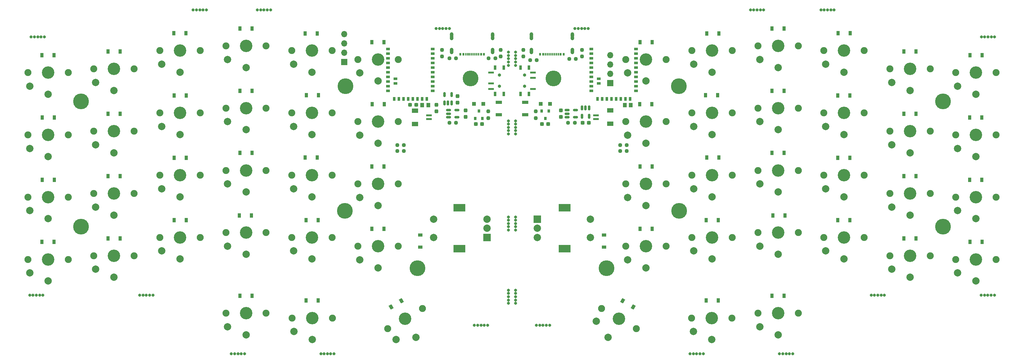
<source format=gbs>
G04 #@! TF.GenerationSoftware,KiCad,Pcbnew,(5.99.0-8557-g8988e46ab1)*
G04 #@! TF.CreationDate,2021-02-20T09:12:51-07:00*
G04 #@! TF.ProjectId,BlueSof_R3_Panel,426c7565-536f-4665-9f52-335f50616e65,rev?*
G04 #@! TF.SameCoordinates,PX85099e0PY51bada0*
G04 #@! TF.FileFunction,Soldermask,Bot*
G04 #@! TF.FilePolarity,Negative*
%FSLAX46Y46*%
G04 Gerber Fmt 4.6, Leading zero omitted, Abs format (unit mm)*
G04 Created by KiCad (PCBNEW (5.99.0-8557-g8988e46ab1)) date 2021-02-20 09:12:51*
%MOMM*%
%LPD*%
G01*
G04 APERTURE LIST*
G04 Aperture macros list*
%AMRoundRect*
0 Rectangle with rounded corners*
0 $1 Rounding radius*
0 $2 $3 $4 $5 $6 $7 $8 $9 X,Y pos of 4 corners*
0 Add a 4 corners polygon primitive as box body*
4,1,4,$2,$3,$4,$5,$6,$7,$8,$9,$2,$3,0*
0 Add four circle primitives for the rounded corners*
1,1,$1+$1,$2,$3*
1,1,$1+$1,$4,$5*
1,1,$1+$1,$6,$7*
1,1,$1+$1,$8,$9*
0 Add four rect primitives between the rounded corners*
20,1,$1+$1,$2,$3,$4,$5,0*
20,1,$1+$1,$4,$5,$6,$7,0*
20,1,$1+$1,$6,$7,$8,$9,0*
20,1,$1+$1,$8,$9,$2,$3,0*%
%AMRotRect*
0 Rectangle, with rotation*
0 The origin of the aperture is its center*
0 $1 length*
0 $2 width*
0 $3 Rotation angle, in degrees counterclockwise*
0 Add horizontal line*
21,1,$1,$2,0,0,$3*%
G04 Aperture macros list end*
%ADD10C,0.800000*%
%ADD11C,1.900000*%
%ADD12C,3.400000*%
%ADD13C,2.000000*%
%ADD14R,2.000000X2.000000*%
%ADD15R,3.200000X2.000000*%
%ADD16C,4.300000*%
%ADD17R,0.900000X1.200000*%
%ADD18RotRect,0.900000X1.200000X330.000000*%
%ADD19R,1.200000X0.900000*%
%ADD20RoundRect,0.237500X-0.300000X-0.237500X0.300000X-0.237500X0.300000X0.237500X-0.300000X0.237500X0*%
%ADD21RoundRect,0.237500X-0.237500X0.300000X-0.237500X-0.300000X0.237500X-0.300000X0.237500X0.300000X0*%
%ADD22RoundRect,0.237500X0.300000X0.237500X-0.300000X0.237500X-0.300000X-0.237500X0.300000X-0.237500X0*%
%ADD23R,0.540000X0.800000*%
%ADD24R,0.300000X0.800000*%
%ADD25C,1.000000*%
%ADD26R,1.700000X1.700000*%
%ADD27O,1.700000X1.700000*%
%ADD28R,0.800000X0.900000*%
%ADD29RoundRect,0.237500X0.250000X0.237500X-0.250000X0.237500X-0.250000X-0.237500X0.250000X-0.237500X0*%
%ADD30RoundRect,0.237500X-0.250000X-0.237500X0.250000X-0.237500X0.250000X0.237500X-0.250000X0.237500X0*%
%ADD31RoundRect,0.237500X-0.237500X0.250000X-0.237500X-0.250000X0.237500X-0.250000X0.237500X0.250000X0*%
%ADD32R,1.700000X0.900000*%
%ADD33RoundRect,0.150000X-0.512500X-0.150000X0.512500X-0.150000X0.512500X0.150000X-0.512500X0.150000X0*%
%ADD34RoundRect,0.150000X-0.150000X0.512500X-0.150000X-0.512500X0.150000X-0.512500X0.150000X0.512500X0*%
%ADD35R,1.050000X1.200000*%
%ADD36R,1.000000X0.650000*%
%ADD37R,0.650000X1.000000*%
%ADD38R,1.000000X1.000000*%
%ADD39R,1.550000X0.600000*%
%ADD40R,1.800000X1.200000*%
%ADD41C,0.900000*%
%ADD42R,1.524000X0.600000*%
%ADD43R,0.700000X1.200000*%
%ADD44RotRect,0.900000X1.200000X30.000000*%
%ADD45RoundRect,0.237500X0.237500X-0.300000X0.237500X0.300000X-0.237500X0.300000X-0.237500X-0.300000X0*%
%ADD46RoundRect,0.237500X0.237500X-0.250000X0.237500X0.250000X-0.237500X0.250000X-0.237500X-0.250000X0*%
%ADD47RoundRect,0.150000X0.150000X-0.512500X0.150000X0.512500X-0.150000X0.512500X-0.150000X-0.512500X0*%
G04 APERTURE END LIST*
D10*
X-55475866Y44951251D03*
X-58175866Y44951251D03*
X-54575866Y44951251D03*
X-56375866Y44951251D03*
X-57275866Y44951251D03*
X12238606Y-35148749D03*
X12238606Y-32448749D03*
X10338606Y-35148749D03*
X10338606Y-31548749D03*
X12238606Y-31548749D03*
X10338606Y-33348749D03*
X10338606Y-34248749D03*
X12238606Y-33348749D03*
X12238606Y-34248749D03*
X10338606Y-32448749D03*
X98249054Y44932580D03*
X99149054Y44932580D03*
X95549054Y44932580D03*
X97349054Y44932580D03*
X96449054Y44932580D03*
X-87578672Y-32948749D03*
X-88478672Y-32948749D03*
X-86678672Y-32948749D03*
X-89378672Y-32948749D03*
X-90278672Y-32948749D03*
X32063606Y39851251D03*
X29363606Y39851251D03*
X30263606Y39851251D03*
X28463606Y39851251D03*
X31163606Y39851251D03*
X4635346Y-41125990D03*
X1935346Y-41125990D03*
X1035346Y-41125990D03*
X3735346Y-41125990D03*
X2835346Y-41125990D03*
X-72075866Y44951251D03*
X-75675866Y44951251D03*
X-72975866Y44951251D03*
X-73875866Y44951251D03*
X-74775866Y44951251D03*
X76315240Y44932580D03*
X77215240Y44932580D03*
X78115240Y44932580D03*
X79915240Y44932580D03*
X79015240Y44932580D03*
X142914079Y37617236D03*
X142014079Y37617236D03*
X141114079Y37617236D03*
X139314079Y37617236D03*
X140214079Y37617236D03*
X10338606Y14701251D03*
X12238606Y14701251D03*
X12238606Y11101251D03*
X10338606Y12901251D03*
X10338606Y11101251D03*
X10338606Y12001251D03*
X12238606Y12901251D03*
X10338606Y13801251D03*
X12238606Y12001251D03*
X12238606Y13801251D03*
X12238606Y29851251D03*
X12238606Y32551251D03*
X10338606Y32551251D03*
X12238606Y30751251D03*
X10338606Y31651251D03*
X10338606Y30751251D03*
X10338606Y29851251D03*
X12238606Y31651251D03*
X10338606Y33451251D03*
X12238606Y33451251D03*
X10338606Y-11548749D03*
X12238606Y-12448749D03*
X10338606Y-12448749D03*
X10338606Y-13348749D03*
X12238606Y-11548749D03*
X12238606Y-14248749D03*
X10338606Y-15148749D03*
X12238606Y-13348749D03*
X10338606Y-14248749D03*
X12238606Y-15148749D03*
X-8511394Y39851251D03*
X-9411394Y39851251D03*
X-7611394Y39851251D03*
X-6711394Y39851251D03*
X-5811394Y39851251D03*
X-118478672Y-32948749D03*
X-117578672Y-32948749D03*
X-119378672Y-32948749D03*
X-120278672Y-32948749D03*
X-116678672Y-32948749D03*
X-116286867Y37617236D03*
X-118986867Y37617236D03*
X-118086867Y37617236D03*
X-117186867Y37617236D03*
X-119886867Y37617236D03*
X-64378672Y-48948748D03*
X-62578672Y-48948748D03*
X-61678672Y-48948748D03*
X-65278672Y-48948748D03*
X-63478672Y-48948748D03*
X-39967845Y-48948748D03*
X-40867845Y-48948748D03*
X-39067845Y-48948748D03*
X-38167845Y-48948748D03*
X-37267845Y-48948748D03*
X21541866Y-41117372D03*
X19741866Y-41117372D03*
X18841866Y-41117372D03*
X17941866Y-41117372D03*
X20641866Y-41117372D03*
X110155884Y-32940131D03*
X109255884Y-32940131D03*
X111055884Y-32940131D03*
X111955884Y-32940131D03*
X112855884Y-32940131D03*
X86055884Y-48940130D03*
X84255884Y-48940130D03*
X86955884Y-48940130D03*
X87855884Y-48940130D03*
X85155884Y-48940130D03*
X141955884Y-32940131D03*
X140155884Y-32940131D03*
X142855884Y-32940131D03*
X141055884Y-32940131D03*
X139255884Y-32940131D03*
X61645057Y-48940130D03*
X59845057Y-48940130D03*
X60745057Y-48940130D03*
X62545057Y-48940130D03*
X63445057Y-48940130D03*
D11*
X42353082Y31451251D03*
X53353082Y31451251D03*
D12*
X47853082Y31451251D03*
D13*
X42853082Y27751251D03*
X47853082Y25551251D03*
D11*
X60353082Y33851251D03*
D12*
X65853082Y33851251D03*
D11*
X71353082Y33851251D03*
D13*
X60853082Y30151251D03*
X65853082Y27951251D03*
D11*
X107353082Y33851251D03*
D12*
X101853082Y33851251D03*
D11*
X96353082Y33851251D03*
D13*
X96853082Y30151251D03*
X101853082Y27951251D03*
D11*
X125353082Y28851251D03*
D12*
X119853082Y28851251D03*
D11*
X114353082Y28851251D03*
D13*
X114853082Y25151251D03*
X119853082Y22951251D03*
D11*
X132353082Y27851251D03*
D12*
X137853082Y27851251D03*
D11*
X143353082Y27851251D03*
D13*
X132853082Y24151251D03*
X137853082Y21951251D03*
D12*
X47853082Y14451251D03*
D11*
X42353082Y14451251D03*
X53353082Y14451251D03*
D13*
X42853082Y10751251D03*
X47853082Y8551251D03*
D12*
X65853082Y16851251D03*
D11*
X71353082Y16851251D03*
X60353082Y16851251D03*
D13*
X60853082Y13151251D03*
X65853082Y10951251D03*
D11*
X89353082Y18151251D03*
D12*
X83853082Y18151251D03*
D11*
X78353082Y18151251D03*
D13*
X78853082Y14451251D03*
X83853082Y12251251D03*
D12*
X101853082Y16851251D03*
D11*
X96353082Y16851251D03*
X107353082Y16851251D03*
D13*
X96853082Y13151251D03*
X101853082Y10951251D03*
D11*
X143353082Y10851251D03*
D12*
X137853082Y10851251D03*
D11*
X132353082Y10851251D03*
D13*
X132853082Y7151251D03*
X137853082Y4951251D03*
D11*
X60353082Y-148749D03*
X71353082Y-148749D03*
D12*
X65853082Y-148749D03*
D13*
X60853082Y-3848749D03*
X65853082Y-6048749D03*
D12*
X83853082Y1151251D03*
D11*
X78353082Y1151251D03*
X89353082Y1151251D03*
D13*
X78853082Y-2548749D03*
X83853082Y-4748749D03*
D11*
X107353082Y-148749D03*
X96353082Y-148749D03*
D12*
X101853082Y-148749D03*
D13*
X96853082Y-3848749D03*
X101853082Y-6048749D03*
D11*
X125353082Y-5148749D03*
D12*
X119853082Y-5148749D03*
D11*
X114353082Y-5148749D03*
D13*
X114853082Y-8848749D03*
X119853082Y-11048749D03*
D11*
X42353082Y-19548749D03*
X53353082Y-19548749D03*
D12*
X47853082Y-19548749D03*
D13*
X42853082Y-23248749D03*
X47853082Y-25448749D03*
D11*
X78353082Y-15848749D03*
D12*
X83853082Y-15848749D03*
D11*
X89353082Y-15848749D03*
D13*
X78853082Y-19548749D03*
X83853082Y-21748749D03*
D12*
X101853082Y-17148749D03*
D11*
X96353082Y-17148749D03*
X107353082Y-17148749D03*
D13*
X96853082Y-20848749D03*
X101853082Y-23048749D03*
D11*
X125353082Y-22148749D03*
D12*
X119853082Y-22148749D03*
D11*
X114353082Y-22148749D03*
D13*
X114853082Y-25848749D03*
X119853082Y-28048749D03*
D11*
X143353082Y-23148749D03*
X132353082Y-23148749D03*
D12*
X137853082Y-23148749D03*
D13*
X132853082Y-26848749D03*
X137853082Y-29048749D03*
D11*
X42353082Y-2548749D03*
D12*
X47853082Y-2548749D03*
D11*
X53353082Y-2548749D03*
D13*
X42853082Y-6248749D03*
X47853082Y-8448749D03*
D12*
X119853082Y11851251D03*
D11*
X114353082Y11851251D03*
X125353082Y11851251D03*
D13*
X114853082Y8151251D03*
X119853082Y5951251D03*
D11*
X143353082Y-6148749D03*
X132353082Y-6148749D03*
D12*
X137853082Y-6148749D03*
D13*
X132853082Y-9848749D03*
X137853082Y-12048749D03*
D11*
X78353082Y-37848749D03*
D12*
X83853082Y-37848749D03*
D11*
X89353082Y-37848749D03*
D13*
X78853082Y-41548749D03*
X83853082Y-43748749D03*
D11*
X78353082Y35151251D03*
D12*
X83853082Y35151251D03*
D11*
X89353082Y35151251D03*
D13*
X78853082Y31451251D03*
X83853082Y29251251D03*
D11*
X71353082Y-17148749D03*
X60353082Y-17148749D03*
D12*
X65853082Y-17148749D03*
D13*
X60853082Y-20848749D03*
X65853082Y-23048749D03*
D11*
X45216222Y-42098749D03*
X35689942Y-36598749D03*
D12*
X40453082Y-39348749D03*
D13*
X34272955Y-40053043D03*
X37503082Y-44458299D03*
D14*
X18153082Y-12148749D03*
D13*
X18153082Y-17148749D03*
X18153082Y-14648749D03*
D15*
X25653082Y-9048749D03*
X25653082Y-20248749D03*
D13*
X32653082Y-17148749D03*
X32653082Y-12148749D03*
D11*
X71253082Y-39148749D03*
D12*
X65753082Y-39148749D03*
D11*
X60253082Y-39148749D03*
D13*
X60753082Y-42848749D03*
X65753082Y-45048749D03*
D16*
X128853082Y20026251D03*
X22578082Y26251251D03*
X56753082Y24126251D03*
X56853082Y-9873749D03*
X37078082Y-25548749D03*
X128853082Y-14173749D03*
D17*
X64403082Y38551251D03*
X67703082Y38551251D03*
X82203082Y39901251D03*
X85503082Y39901251D03*
X100203082Y38601251D03*
X103503082Y38601251D03*
X118203082Y33601251D03*
X121503082Y33601251D03*
X136203082Y32601251D03*
X139503082Y32601251D03*
X46153082Y19201251D03*
X49453082Y19201251D03*
X64103082Y21651251D03*
X67403082Y21651251D03*
X82203082Y22901251D03*
X85503082Y22901251D03*
X100153082Y21601251D03*
X103453082Y21601251D03*
X118203082Y16601251D03*
X121503082Y16601251D03*
X136153082Y15601251D03*
X139453082Y15601251D03*
X64403082Y4651251D03*
X67703082Y4651251D03*
X82203082Y5901251D03*
X85503082Y5901251D03*
X100153082Y4601251D03*
X103453082Y4601251D03*
X118203082Y-398749D03*
X121503082Y-398749D03*
X136153082Y-1398749D03*
X139453082Y-1398749D03*
X46203082Y-14798749D03*
X49503082Y-14798749D03*
X64203082Y-12448749D03*
X67503082Y-12448749D03*
X82403082Y-11148749D03*
X85703082Y-11148749D03*
X100153082Y-12398749D03*
X103453082Y-12398749D03*
X118153082Y-17398749D03*
X121453082Y-17398749D03*
X136203082Y-18398749D03*
X139503082Y-18398749D03*
X46203082Y2201251D03*
X49503082Y2201251D03*
X64203082Y-34348749D03*
X67503082Y-34348749D03*
D18*
X41451897Y-34473749D03*
X44309781Y-36123749D03*
D19*
X36353082Y-19798748D03*
X36353082Y-16498748D03*
D17*
X46203082Y36201251D03*
X49503082Y36201251D03*
X82203082Y-33048749D03*
X85503082Y-33048749D03*
D20*
X30515582Y14151251D03*
X32240582Y14151251D03*
D21*
X24578082Y17513751D03*
X24578082Y15788751D03*
D22*
X21178082Y13851251D03*
X19453082Y13851251D03*
D23*
X25353082Y32876251D03*
X18953082Y32876251D03*
X19753082Y32876251D03*
X24553082Y32876251D03*
D24*
X20903082Y32876251D03*
X21903082Y32876251D03*
X22403082Y32876251D03*
X23403082Y32876251D03*
X23903082Y32876251D03*
X22903082Y32876251D03*
X21403082Y32876251D03*
X20395082Y32876251D03*
D25*
X16577782Y37171151D03*
X27728382Y37183851D03*
X16577482Y34157251D03*
X27728382Y33640551D03*
X27728082Y33395251D03*
X16578082Y38390351D03*
X27728382Y37818851D03*
X16577482Y33894551D03*
X27728082Y34157251D03*
X16577782Y38110951D03*
X16577782Y33640551D03*
X27728682Y38403051D03*
X16577482Y33395251D03*
X27728382Y38123651D03*
X27728082Y33894551D03*
X27728382Y37475951D03*
X16577782Y37806151D03*
X16577782Y37463251D03*
D26*
X38078082Y24951251D03*
D27*
X38078082Y27491251D03*
X38078082Y30031251D03*
X38078082Y32571251D03*
D28*
X19403082Y17351251D03*
X21303082Y17351251D03*
X20353082Y15351251D03*
D29*
X28390582Y14151251D03*
X26565582Y14151251D03*
D30*
X40765582Y8051251D03*
X42590582Y8051251D03*
D29*
X42590582Y6451251D03*
X40765582Y6451251D03*
X18028082Y31251251D03*
X16203082Y31251251D03*
D30*
X26865582Y31601251D03*
X28690582Y31601251D03*
D31*
X17778082Y17263751D03*
X17778082Y15438751D03*
D32*
X14878082Y16351251D03*
X14878082Y19751251D03*
D33*
X26340582Y15701251D03*
X26340582Y16651251D03*
X26340582Y17601251D03*
X28615582Y17601251D03*
X28615582Y15701251D03*
D34*
X30378082Y18188751D03*
X31328082Y18188751D03*
X32278082Y18188751D03*
X32278082Y15913751D03*
X30378082Y15913751D03*
D35*
X42039037Y18988751D03*
X43689037Y18988751D03*
D31*
X14353082Y34063751D03*
X14353082Y32238751D03*
D36*
X45133037Y34281251D03*
X45133037Y33011251D03*
X45133037Y31741251D03*
X45133037Y30471251D03*
X45133037Y29201251D03*
X45133037Y27931251D03*
X45133037Y26661251D03*
X45133037Y25391251D03*
X45133037Y24121251D03*
X45133037Y22851251D03*
D37*
X43484037Y20632251D03*
X42214037Y20632251D03*
X40944037Y20632251D03*
X39674037Y20632251D03*
X38404037Y20632251D03*
X37134037Y20632251D03*
X35864037Y20632251D03*
X34594037Y20632251D03*
D36*
X32895037Y22851251D03*
X32895037Y24121251D03*
X34973037Y24883251D03*
X32895037Y25391251D03*
X34973037Y26153251D03*
X32895037Y26661251D03*
X32895037Y27931251D03*
X32895037Y29201251D03*
X32895037Y30471251D03*
X32895037Y31741251D03*
X32895037Y33011251D03*
X32895037Y34281251D03*
D38*
X21628082Y19351251D03*
X19128082Y19351251D03*
D31*
X30378082Y34063751D03*
X30378082Y32238751D03*
D39*
X34178082Y16201251D03*
X34178082Y15201251D03*
D40*
X38053082Y17501251D03*
X38053082Y13901251D03*
D41*
X14728082Y27151251D03*
X14728082Y24151251D03*
D42*
X16978082Y23401251D03*
X16978082Y26401251D03*
X16978082Y27901251D03*
D43*
X13578082Y22051251D03*
X13578082Y29251251D03*
X15878082Y29251251D03*
X15878082Y22051251D03*
D11*
X-30775870Y31451251D03*
X-19775870Y31451251D03*
D12*
X-25275870Y31451251D03*
D13*
X-30275870Y27751251D03*
X-25275870Y25551251D03*
D11*
X-48775870Y33851251D03*
D12*
X-43275870Y33851251D03*
D11*
X-37775870Y33851251D03*
D13*
X-48275870Y30151251D03*
X-43275870Y27951251D03*
D11*
X-73775870Y33851251D03*
D12*
X-79275870Y33851251D03*
D11*
X-84775870Y33851251D03*
D13*
X-84275870Y30151251D03*
X-79275870Y27951251D03*
D11*
X-91775870Y28851251D03*
D12*
X-97275870Y28851251D03*
D11*
X-102775870Y28851251D03*
D13*
X-102275870Y25151251D03*
X-97275870Y22951251D03*
D11*
X-120775870Y27851251D03*
D12*
X-115275870Y27851251D03*
D11*
X-109775870Y27851251D03*
D13*
X-120275870Y24151251D03*
X-115275870Y21951251D03*
D12*
X-25275870Y14451251D03*
D11*
X-30775870Y14451251D03*
X-19775870Y14451251D03*
D13*
X-30275870Y10751251D03*
X-25275870Y8551251D03*
D12*
X-43275870Y16851251D03*
D11*
X-37775870Y16851251D03*
X-48775870Y16851251D03*
D13*
X-48275870Y13151251D03*
X-43275870Y10951251D03*
D11*
X-55775870Y18151251D03*
D12*
X-61275870Y18151251D03*
D11*
X-66775870Y18151251D03*
D13*
X-66275870Y14451251D03*
X-61275870Y12251251D03*
D12*
X-79275870Y16851251D03*
D11*
X-84775870Y16851251D03*
X-73775870Y16851251D03*
D13*
X-84275870Y13151251D03*
X-79275870Y10951251D03*
D11*
X-109775870Y10851251D03*
D12*
X-115275870Y10851251D03*
D11*
X-120775870Y10851251D03*
D13*
X-120275870Y7151251D03*
X-115275870Y4951251D03*
D11*
X-48775870Y-148749D03*
X-37775870Y-148749D03*
D12*
X-43275870Y-148749D03*
D13*
X-48275870Y-3848749D03*
X-43275870Y-6048749D03*
D12*
X-61275870Y1151251D03*
D11*
X-66775870Y1151251D03*
X-55775870Y1151251D03*
D13*
X-66275870Y-2548749D03*
X-61275870Y-4748749D03*
D11*
X-73775870Y-148749D03*
X-84775870Y-148749D03*
D12*
X-79275870Y-148749D03*
D13*
X-84275870Y-3848749D03*
X-79275870Y-6048749D03*
D11*
X-91775870Y-5148749D03*
D12*
X-97275870Y-5148749D03*
D11*
X-102775870Y-5148749D03*
D13*
X-102275870Y-8848749D03*
X-97275870Y-11048749D03*
D11*
X-30775870Y-19548749D03*
X-19775870Y-19548749D03*
D12*
X-25275870Y-19548749D03*
D13*
X-30275870Y-23248749D03*
X-25275870Y-25448749D03*
D11*
X-66775870Y-15848749D03*
D12*
X-61275870Y-15848749D03*
D11*
X-55775870Y-15848749D03*
D13*
X-66275870Y-19548749D03*
X-61275870Y-21748749D03*
D12*
X-79275870Y-17148749D03*
D11*
X-84775870Y-17148749D03*
X-73775870Y-17148749D03*
D13*
X-84275870Y-20848749D03*
X-79275870Y-23048749D03*
D11*
X-91775870Y-22148749D03*
D12*
X-97275870Y-22148749D03*
D11*
X-102775870Y-22148749D03*
D13*
X-102275870Y-25848749D03*
X-97275870Y-28048749D03*
D11*
X-109775870Y-23148749D03*
X-120775870Y-23148749D03*
D12*
X-115275870Y-23148749D03*
D13*
X-120275870Y-26848749D03*
X-115275870Y-29048749D03*
D11*
X-30775870Y-2548749D03*
D12*
X-25275870Y-2548749D03*
D11*
X-19775870Y-2548749D03*
D13*
X-30275870Y-6248749D03*
X-25275870Y-8448749D03*
D12*
X-97275870Y11851251D03*
D11*
X-102775870Y11851251D03*
X-91775870Y11851251D03*
D13*
X-102275870Y8151251D03*
X-97275870Y5951251D03*
D11*
X-109775870Y-6148749D03*
X-120775870Y-6148749D03*
D12*
X-115275870Y-6148749D03*
D13*
X-120275870Y-9848749D03*
X-115275870Y-12048749D03*
D11*
X-66775870Y-37848749D03*
D12*
X-61275870Y-37848749D03*
D11*
X-55775870Y-37848749D03*
D13*
X-66275870Y-41548749D03*
X-61275870Y-43748749D03*
D11*
X-66775870Y35151251D03*
D12*
X-61275870Y35151251D03*
D11*
X-55775870Y35151251D03*
D13*
X-66275870Y31451251D03*
X-61275870Y29251251D03*
D11*
X-37775870Y-17148749D03*
X-48775870Y-17148749D03*
D12*
X-43275870Y-17148749D03*
D13*
X-48275870Y-20848749D03*
X-43275870Y-23048749D03*
D26*
X-34475870Y30751251D03*
D27*
X-34475870Y33291251D03*
X-34475870Y35831251D03*
X-34475870Y38371251D03*
D11*
X-13112730Y-36598749D03*
X-22639010Y-42098749D03*
D12*
X-17875870Y-39348749D03*
D13*
X-20355997Y-45053043D03*
X-14925870Y-44458299D03*
D14*
X4424130Y-17148749D03*
D13*
X4424130Y-12148749D03*
X4424130Y-14648749D03*
D15*
X-3075870Y-20248749D03*
X-3075870Y-9048749D03*
D13*
X-10075870Y-12148749D03*
X-10075870Y-17148749D03*
D11*
X-37675870Y-39148749D03*
D12*
X-43175870Y-39148749D03*
D11*
X-48675870Y-39148749D03*
D13*
X-48175870Y-42848749D03*
X-43175870Y-45048749D03*
D17*
X-45125870Y38551251D03*
X-41825870Y38551251D03*
X-62925870Y39901251D03*
X-59625870Y39901251D03*
X-80925870Y38601251D03*
X-77625870Y38601251D03*
X-98925870Y33601251D03*
X-95625870Y33601251D03*
X-116925870Y32601251D03*
X-113625870Y32601251D03*
X-26875870Y19201251D03*
X-23575870Y19201251D03*
X-44825870Y21651251D03*
X-41525870Y21651251D03*
X-62925870Y22901251D03*
X-59625870Y22901251D03*
X-80875870Y21601251D03*
X-77575870Y21601251D03*
X-98925870Y16601251D03*
X-95625870Y16601251D03*
X-116875870Y15601251D03*
X-113575870Y15601251D03*
X-45125870Y4651251D03*
X-41825870Y4651251D03*
X-62925870Y5901251D03*
X-59625870Y5901251D03*
X-80875870Y4601251D03*
X-77575870Y4601251D03*
X-98925870Y-398749D03*
X-95625870Y-398749D03*
X-116875870Y-1398749D03*
X-113575870Y-1398749D03*
X-26925870Y-14798749D03*
X-23625870Y-14798749D03*
X-44925870Y-12448749D03*
X-41625870Y-12448749D03*
X-63125870Y-11148749D03*
X-59825870Y-11148749D03*
X-80875870Y-12398749D03*
X-77575870Y-12398749D03*
X-98875870Y-17398749D03*
X-95575870Y-17398749D03*
X-116925870Y-18398749D03*
X-113625870Y-18398749D03*
X-26925870Y2201251D03*
X-23625870Y2201251D03*
X-44925870Y-34348749D03*
X-41625870Y-34348749D03*
D44*
X-21732569Y-36123749D03*
X-18874685Y-34473749D03*
D19*
X-13775870Y-19798748D03*
X-13775870Y-16498748D03*
D17*
X-26925870Y36201251D03*
X-23625870Y36201251D03*
X-62925870Y-33048749D03*
X-59625870Y-33048749D03*
D21*
X-3575870Y21413751D03*
X-3575870Y19688751D03*
D45*
X-9375870Y17326251D03*
X-9375870Y19051251D03*
X-1375870Y15788751D03*
X-1375870Y17513751D03*
D20*
X1399130Y13851251D03*
X3124130Y13851251D03*
D23*
X3624130Y32876251D03*
X-2775870Y32876251D03*
X-1975870Y32876251D03*
X2824130Y32876251D03*
D24*
X-825870Y32876251D03*
X174130Y32876251D03*
X674130Y32876251D03*
X1674130Y32876251D03*
X2174130Y32876251D03*
X1174130Y32876251D03*
X-325870Y32876251D03*
X-1333870Y32876251D03*
D25*
X-5151170Y37171151D03*
X5999430Y37183851D03*
X-5151470Y34157251D03*
X5999430Y33640551D03*
X5999130Y33395251D03*
X-5150870Y38390351D03*
X5999430Y37818851D03*
X-5151470Y33894551D03*
X5999130Y34157251D03*
X-5151170Y38110951D03*
X-5151170Y33640551D03*
X5999730Y38403051D03*
X-5151470Y33395251D03*
X5999430Y38123651D03*
X5999130Y33894551D03*
X5999430Y37475951D03*
X-5151170Y37806151D03*
X-5151170Y37463251D03*
D28*
X3174130Y15351251D03*
X1274130Y15351251D03*
X2224130Y17351251D03*
D29*
X-3988370Y14151251D03*
X-5813370Y14151251D03*
D30*
X-20013370Y8051251D03*
X-18188370Y8051251D03*
D29*
X-18188370Y6451251D03*
X-20013370Y6451251D03*
X-3975870Y31751251D03*
X-5800870Y31751251D03*
D30*
X4911630Y31751251D03*
X6736630Y31751251D03*
D46*
X4799130Y15438751D03*
X4799130Y17263751D03*
D32*
X7699130Y19751251D03*
X7699130Y16351251D03*
D33*
X-6038370Y15701251D03*
X-6038370Y16651251D03*
X-6038370Y17601251D03*
X-3763370Y17601251D03*
X-3763370Y15701251D03*
D47*
X-5225870Y19551251D03*
X-6175870Y19551251D03*
X-7125870Y19551251D03*
X-7125870Y21826251D03*
X-5225870Y21826251D03*
D35*
X-13200870Y18951251D03*
X-11550870Y18951251D03*
D20*
X-16538370Y19051251D03*
X-14813370Y19051251D03*
D31*
X8224130Y34063751D03*
X8224130Y32238751D03*
D36*
X-10317825Y34281251D03*
X-10317825Y33011251D03*
X-10317825Y31741251D03*
X-10317825Y30471251D03*
X-10317825Y29201251D03*
X-10317825Y27931251D03*
X-10317825Y26661251D03*
X-10317825Y25391251D03*
X-10317825Y24121251D03*
X-10317825Y22851251D03*
D37*
X-11966825Y20632251D03*
X-13236825Y20632251D03*
X-14506825Y20632251D03*
X-15776825Y20632251D03*
X-17046825Y20632251D03*
X-18316825Y20632251D03*
X-19586825Y20632251D03*
X-20856825Y20632251D03*
D36*
X-22555825Y22851251D03*
X-22555825Y24121251D03*
X-20477825Y24883251D03*
X-22555825Y25391251D03*
X-20477825Y26153251D03*
X-22555825Y26661251D03*
X-22555825Y27931251D03*
X-22555825Y29201251D03*
X-22555825Y30471251D03*
X-22555825Y31741251D03*
X-22555825Y33011251D03*
X-22555825Y34281251D03*
D38*
X949130Y19351251D03*
X3449130Y19351251D03*
D31*
X-7800870Y34063751D03*
X-7800870Y32238751D03*
D16*
X-106275870Y20026251D03*
D39*
X-11325870Y15151251D03*
X-11325870Y16151251D03*
D40*
X-15200870Y13851251D03*
X-15200870Y17451251D03*
D16*
X-870Y26251251D03*
X-34175870Y24126251D03*
X-34275870Y-9873749D03*
X-14500870Y-25548749D03*
X-106275870Y-14173749D03*
D41*
X7849130Y24151251D03*
X7849130Y27151251D03*
D42*
X5599130Y27901251D03*
X5599130Y24901251D03*
X5599130Y23401251D03*
D43*
X8999130Y29251251D03*
X8999130Y22051251D03*
X6699130Y22051251D03*
X6699130Y29251251D03*
M02*

</source>
